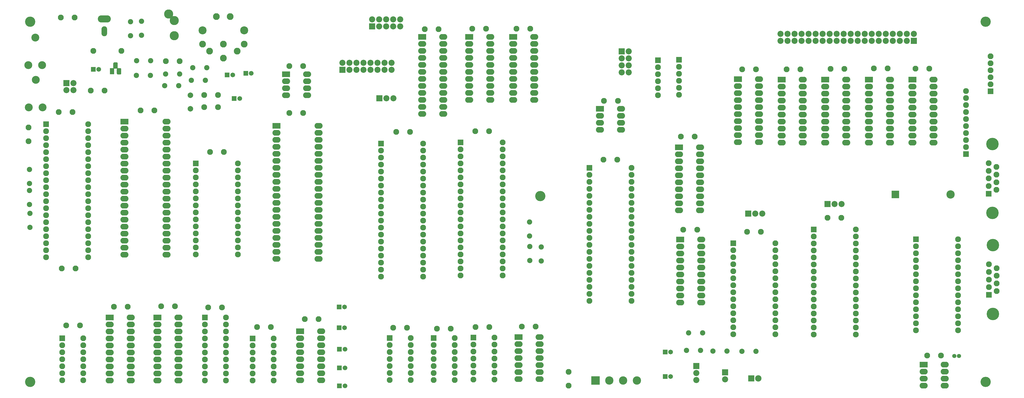
<source format=gbs>
G04 #@! TF.GenerationSoftware,KiCad,Pcbnew,(5.1.5)-3*
G04 #@! TF.CreationDate,2021-11-18T13:20:43-06:00*
G04 #@! TF.ProjectId,SBC,5342432e-6b69-4636-9164-5f7063625858,rev?*
G04 #@! TF.SameCoordinates,Original*
G04 #@! TF.FileFunction,Soldermask,Bot*
G04 #@! TF.FilePolarity,Negative*
%FSLAX46Y46*%
G04 Gerber Fmt 4.6, Leading zero omitted, Abs format (unit mm)*
G04 Created by KiCad (PCBNEW (5.1.5)-3) date 2021-11-18 13:20:43*
%MOMM*%
%LPD*%
G04 APERTURE LIST*
%ADD10O,2.208000X2.208000*%
%ADD11R,2.208000X2.208000*%
%ADD12C,2.108000*%
%ADD13O,2.108000X2.108000*%
%ADD14R,2.108000X2.108000*%
%ADD15O,1.908000X1.908000*%
%ADD16C,1.908000*%
%ADD17C,3.008000*%
%ADD18R,3.008000X3.008000*%
%ADD19C,3.708000*%
%ADD20R,2.678000X2.678000*%
%ADD21C,3.308000*%
%ADD22O,4.708000X2.608000*%
%ADD23O,2.058000X3.608000*%
%ADD24R,1.608000X2.308000*%
%ADD25C,0.150000*%
%ADD26C,2.008000*%
%ADD27C,1.508000*%
%ADD28O,2.908000X2.108000*%
%ADD29R,2.908000X2.108000*%
%ADD30C,2.848000*%
%ADD31C,2.458000*%
%ADD32C,2.908000*%
%ADD33C,4.508000*%
%ADD34C,2.308000*%
%ADD35R,2.308000X2.308000*%
%ADD36C,1.708000*%
%ADD37R,1.708000X1.708000*%
G04 APERTURE END LIST*
D10*
X166485000Y-74560000D03*
X166485000Y-77100000D03*
X163945000Y-74560000D03*
X163945000Y-77100000D03*
X161405000Y-74560000D03*
X161405000Y-77100000D03*
X158865000Y-74560000D03*
X158865000Y-77100000D03*
X156325000Y-74560000D03*
D11*
X156325000Y-77100000D03*
D12*
X48975000Y-164900000D03*
X43975000Y-164900000D03*
D10*
X304190000Y-79810000D03*
X304190000Y-82350000D03*
X306730000Y-79810000D03*
X306730000Y-82350000D03*
X309270000Y-79810000D03*
X309270000Y-82350000D03*
X311810000Y-79810000D03*
X311810000Y-82350000D03*
X314350000Y-79810000D03*
X314350000Y-82350000D03*
X316890000Y-79810000D03*
X316890000Y-82350000D03*
X319430000Y-79810000D03*
X319430000Y-82350000D03*
X321970000Y-79810000D03*
X321970000Y-82350000D03*
X324510000Y-79810000D03*
X324510000Y-82350000D03*
X327050000Y-79810000D03*
X327050000Y-82350000D03*
X329590000Y-79810000D03*
X329590000Y-82350000D03*
X332130000Y-79810000D03*
X332130000Y-82350000D03*
X334670000Y-79810000D03*
X334670000Y-82350000D03*
X337210000Y-79810000D03*
X337210000Y-82350000D03*
X339750000Y-79810000D03*
X339750000Y-82350000D03*
X342290000Y-79810000D03*
X342290000Y-82350000D03*
X344830000Y-79810000D03*
X344830000Y-82350000D03*
X347370000Y-79810000D03*
X347370000Y-82350000D03*
X349910000Y-79810000D03*
X349910000Y-82350000D03*
X352450000Y-79810000D03*
D11*
X352450000Y-82350000D03*
D13*
X368480000Y-154310000D03*
X353240000Y-187330000D03*
X368480000Y-156850000D03*
X353240000Y-184790000D03*
X368480000Y-159390000D03*
X353240000Y-182250000D03*
X368480000Y-161930000D03*
X353240000Y-179710000D03*
X368480000Y-164470000D03*
X353240000Y-177170000D03*
X368480000Y-167010000D03*
X353240000Y-174630000D03*
X368480000Y-169550000D03*
X353240000Y-172090000D03*
X368480000Y-172090000D03*
X353240000Y-169550000D03*
X368480000Y-174630000D03*
X353240000Y-167010000D03*
X368480000Y-177170000D03*
X353240000Y-164470000D03*
X368480000Y-179710000D03*
X353240000Y-161930000D03*
X368480000Y-182250000D03*
X353240000Y-159390000D03*
X368480000Y-184790000D03*
X353240000Y-156850000D03*
X368480000Y-187330000D03*
D14*
X353240000Y-154310000D03*
D15*
X275950000Y-188300000D03*
D16*
X270870000Y-188300000D03*
D13*
X186220000Y-190160000D03*
X178600000Y-205400000D03*
X186220000Y-192700000D03*
X178600000Y-202860000D03*
X186220000Y-195240000D03*
X178600000Y-200320000D03*
X186220000Y-197780000D03*
X178600000Y-197780000D03*
X186220000Y-200320000D03*
X178600000Y-195240000D03*
X186220000Y-202860000D03*
X178600000Y-192700000D03*
X186220000Y-205400000D03*
D14*
X178600000Y-190160000D03*
D13*
X170340000Y-190190000D03*
X162720000Y-205430000D03*
X170340000Y-192730000D03*
X162720000Y-202890000D03*
X170340000Y-195270000D03*
X162720000Y-200350000D03*
X170340000Y-197810000D03*
X162720000Y-197810000D03*
X170340000Y-200350000D03*
X162720000Y-195270000D03*
X170340000Y-202890000D03*
X162720000Y-192730000D03*
X170340000Y-205430000D03*
D14*
X162720000Y-190190000D03*
D13*
X120678000Y-190320000D03*
X113058000Y-205560000D03*
X120678000Y-192860000D03*
X113058000Y-203020000D03*
X120678000Y-195400000D03*
X113058000Y-200480000D03*
X120678000Y-197940000D03*
X113058000Y-197940000D03*
X120678000Y-200480000D03*
X113058000Y-195400000D03*
X120678000Y-203020000D03*
X113058000Y-192860000D03*
X120678000Y-205560000D03*
D14*
X113058000Y-190320000D03*
D17*
X252190000Y-205560000D03*
X247190000Y-205560000D03*
X242190000Y-205560000D03*
D18*
X237190000Y-205560000D03*
D10*
X164070000Y-103190000D03*
X161530000Y-103190000D03*
D11*
X158990000Y-103190000D03*
D10*
X163380000Y-90360000D03*
X163380000Y-92900000D03*
X160840000Y-90360000D03*
X160840000Y-92900000D03*
X158300000Y-90360000D03*
X158300000Y-92900000D03*
X155760000Y-90360000D03*
X155760000Y-92900000D03*
X153220000Y-90360000D03*
X153220000Y-92900000D03*
X150680000Y-90360000D03*
X150680000Y-92900000D03*
X148140000Y-90360000D03*
X148140000Y-92900000D03*
X145600000Y-90360000D03*
D11*
X145600000Y-92900000D03*
D19*
X217200000Y-138700000D03*
X378400000Y-75400000D03*
X378400000Y-206100000D03*
X32600000Y-206100000D03*
X32600000Y-75400000D03*
D17*
X365725000Y-138075000D03*
D20*
X345725000Y-138075000D03*
D21*
X84700000Y-80500000D03*
X84700000Y-75000000D03*
X82700000Y-72600000D03*
D22*
X59400000Y-74400000D03*
D23*
X59400000Y-78900000D03*
D24*
X62200000Y-93400000D03*
D25*
G36*
X65181403Y-92247936D02*
G01*
X65220426Y-92253724D01*
X65258694Y-92263310D01*
X65295839Y-92276600D01*
X65331501Y-92293468D01*
X65365339Y-92313749D01*
X65397026Y-92337250D01*
X65426257Y-92363743D01*
X65452750Y-92392974D01*
X65476251Y-92424661D01*
X65496532Y-92458499D01*
X65513400Y-92494161D01*
X65526690Y-92531306D01*
X65536276Y-92569574D01*
X65542064Y-92608597D01*
X65544000Y-92648000D01*
X65544000Y-94152000D01*
X65542064Y-94191403D01*
X65536276Y-94230426D01*
X65526690Y-94268694D01*
X65513400Y-94305839D01*
X65496532Y-94341501D01*
X65476251Y-94375339D01*
X65452750Y-94407026D01*
X65426257Y-94436257D01*
X65397026Y-94462750D01*
X65365339Y-94486251D01*
X65331501Y-94506532D01*
X65295839Y-94523400D01*
X65258694Y-94536690D01*
X65220426Y-94546276D01*
X65181403Y-94552064D01*
X65142000Y-94554000D01*
X64338000Y-94554000D01*
X64298597Y-94552064D01*
X64259574Y-94546276D01*
X64221306Y-94536690D01*
X64184161Y-94523400D01*
X64148499Y-94506532D01*
X64114661Y-94486251D01*
X64082974Y-94462750D01*
X64053743Y-94436257D01*
X64027250Y-94407026D01*
X64003749Y-94375339D01*
X63983468Y-94341501D01*
X63966600Y-94305839D01*
X63953310Y-94268694D01*
X63943724Y-94230426D01*
X63937936Y-94191403D01*
X63936000Y-94152000D01*
X63936000Y-92648000D01*
X63937936Y-92608597D01*
X63943724Y-92569574D01*
X63953310Y-92531306D01*
X63966600Y-92494161D01*
X63983468Y-92458499D01*
X64003749Y-92424661D01*
X64027250Y-92392974D01*
X64053743Y-92363743D01*
X64082974Y-92337250D01*
X64114661Y-92313749D01*
X64148499Y-92293468D01*
X64184161Y-92276600D01*
X64221306Y-92263310D01*
X64259574Y-92253724D01*
X64298597Y-92247936D01*
X64338000Y-92246000D01*
X65142000Y-92246000D01*
X65181403Y-92247936D01*
G37*
G36*
X63911403Y-90177936D02*
G01*
X63950426Y-90183724D01*
X63988694Y-90193310D01*
X64025839Y-90206600D01*
X64061501Y-90223468D01*
X64095339Y-90243749D01*
X64127026Y-90267250D01*
X64156257Y-90293743D01*
X64182750Y-90322974D01*
X64206251Y-90354661D01*
X64226532Y-90388499D01*
X64243400Y-90424161D01*
X64256690Y-90461306D01*
X64266276Y-90499574D01*
X64272064Y-90538597D01*
X64274000Y-90578000D01*
X64274000Y-92082000D01*
X64272064Y-92121403D01*
X64266276Y-92160426D01*
X64256690Y-92198694D01*
X64243400Y-92235839D01*
X64226532Y-92271501D01*
X64206251Y-92305339D01*
X64182750Y-92337026D01*
X64156257Y-92366257D01*
X64127026Y-92392750D01*
X64095339Y-92416251D01*
X64061501Y-92436532D01*
X64025839Y-92453400D01*
X63988694Y-92466690D01*
X63950426Y-92476276D01*
X63911403Y-92482064D01*
X63872000Y-92484000D01*
X63068000Y-92484000D01*
X63028597Y-92482064D01*
X62989574Y-92476276D01*
X62951306Y-92466690D01*
X62914161Y-92453400D01*
X62878499Y-92436532D01*
X62844661Y-92416251D01*
X62812974Y-92392750D01*
X62783743Y-92366257D01*
X62757250Y-92337026D01*
X62733749Y-92305339D01*
X62713468Y-92271501D01*
X62696600Y-92235839D01*
X62683310Y-92198694D01*
X62673724Y-92160426D01*
X62667936Y-92121403D01*
X62666000Y-92082000D01*
X62666000Y-90578000D01*
X62667936Y-90538597D01*
X62673724Y-90499574D01*
X62683310Y-90461306D01*
X62696600Y-90424161D01*
X62713468Y-90388499D01*
X62733749Y-90354661D01*
X62757250Y-90322974D01*
X62783743Y-90293743D01*
X62812974Y-90267250D01*
X62844661Y-90243749D01*
X62878499Y-90223468D01*
X62914161Y-90206600D01*
X62951306Y-90193310D01*
X62989574Y-90183724D01*
X63028597Y-90177936D01*
X63068000Y-90176000D01*
X63872000Y-90176000D01*
X63911403Y-90177936D01*
G37*
D12*
X353000000Y-92475000D03*
X358000000Y-92475000D03*
X337925000Y-92350000D03*
X342925000Y-92350000D03*
X357300000Y-196500000D03*
X362300000Y-196500000D03*
D26*
X90600000Y-102100000D03*
X90600000Y-107000000D03*
D12*
X131400000Y-108500000D03*
X126400000Y-108500000D03*
X47900000Y-108200000D03*
X42900000Y-108200000D03*
X80000000Y-178600000D03*
X85000000Y-178600000D03*
X48700000Y-73900000D03*
X43700000Y-73900000D03*
X131400000Y-91500000D03*
X126400000Y-91500000D03*
X77500000Y-107600000D03*
X72500000Y-107600000D03*
X132000000Y-183325000D03*
X137000000Y-183325000D03*
X102700000Y-122700000D03*
X97700000Y-122700000D03*
X165100000Y-115400000D03*
X170100000Y-115400000D03*
D27*
X368800000Y-196700000D03*
X367100000Y-196700000D03*
D13*
X174850000Y-119630000D03*
X159610000Y-167890000D03*
X174850000Y-122170000D03*
X159610000Y-165350000D03*
X174850000Y-124710000D03*
X159610000Y-162810000D03*
X174850000Y-127250000D03*
X159610000Y-160270000D03*
X174850000Y-129790000D03*
X159610000Y-157730000D03*
X174850000Y-132330000D03*
X159610000Y-155190000D03*
X174850000Y-134870000D03*
X159610000Y-152650000D03*
X174850000Y-137410000D03*
X159610000Y-150110000D03*
X174850000Y-139950000D03*
X159610000Y-147570000D03*
X174850000Y-142490000D03*
X159610000Y-145030000D03*
X174850000Y-145030000D03*
X159610000Y-142490000D03*
X174850000Y-147570000D03*
X159610000Y-139950000D03*
X174850000Y-150110000D03*
X159610000Y-137410000D03*
X174850000Y-152650000D03*
X159610000Y-134870000D03*
X174850000Y-155190000D03*
X159610000Y-132330000D03*
X174850000Y-157730000D03*
X159610000Y-129790000D03*
X174850000Y-160270000D03*
X159610000Y-127250000D03*
X174850000Y-162810000D03*
X159610000Y-124710000D03*
X174850000Y-165350000D03*
X159610000Y-122170000D03*
X174850000Y-167890000D03*
D14*
X159610000Y-119630000D03*
D13*
X203620000Y-119240000D03*
X188380000Y-167500000D03*
X203620000Y-121780000D03*
X188380000Y-164960000D03*
X203620000Y-124320000D03*
X188380000Y-162420000D03*
X203620000Y-126860000D03*
X188380000Y-159880000D03*
X203620000Y-129400000D03*
X188380000Y-157340000D03*
X203620000Y-131940000D03*
X188380000Y-154800000D03*
X203620000Y-134480000D03*
X188380000Y-152260000D03*
X203620000Y-137020000D03*
X188380000Y-149720000D03*
X203620000Y-139560000D03*
X188380000Y-147180000D03*
X203620000Y-142100000D03*
X188380000Y-144640000D03*
X203620000Y-144640000D03*
X188380000Y-142100000D03*
X203620000Y-147180000D03*
X188380000Y-139560000D03*
X203620000Y-149720000D03*
X188380000Y-137020000D03*
X203620000Y-152260000D03*
X188380000Y-134480000D03*
X203620000Y-154800000D03*
X188380000Y-131940000D03*
X203620000Y-157340000D03*
X188380000Y-129400000D03*
X203620000Y-159880000D03*
X188380000Y-126860000D03*
X203620000Y-162420000D03*
X188380000Y-124320000D03*
X203620000Y-164960000D03*
X188380000Y-121780000D03*
X203620000Y-167500000D03*
D14*
X188380000Y-119240000D03*
D13*
X53550000Y-112630000D03*
X38310000Y-160890000D03*
X53550000Y-115170000D03*
X38310000Y-158350000D03*
X53550000Y-117710000D03*
X38310000Y-155810000D03*
X53550000Y-120250000D03*
X38310000Y-153270000D03*
X53550000Y-122790000D03*
X38310000Y-150730000D03*
X53550000Y-125330000D03*
X38310000Y-148190000D03*
X53550000Y-127870000D03*
X38310000Y-145650000D03*
X53550000Y-130410000D03*
X38310000Y-143110000D03*
X53550000Y-132950000D03*
X38310000Y-140570000D03*
X53550000Y-135490000D03*
X38310000Y-138030000D03*
X53550000Y-138030000D03*
X38310000Y-135490000D03*
X53550000Y-140570000D03*
X38310000Y-132950000D03*
X53550000Y-143110000D03*
X38310000Y-130410000D03*
X53550000Y-145650000D03*
X38310000Y-127870000D03*
X53550000Y-148190000D03*
X38310000Y-125330000D03*
X53550000Y-150730000D03*
X38310000Y-122790000D03*
X53550000Y-153270000D03*
X38310000Y-120250000D03*
X53550000Y-155810000D03*
X38310000Y-117710000D03*
X53550000Y-158350000D03*
X38310000Y-115170000D03*
X53550000Y-160890000D03*
D14*
X38310000Y-112630000D03*
D13*
X51751700Y-190230000D03*
X44131700Y-205470000D03*
X51751700Y-192770000D03*
X44131700Y-202930000D03*
X51751700Y-195310000D03*
X44131700Y-200390000D03*
X51751700Y-197850000D03*
X44131700Y-197850000D03*
X51751700Y-200390000D03*
X44131700Y-195310000D03*
X51751700Y-202930000D03*
X44131700Y-192770000D03*
X51751700Y-205470000D03*
D14*
X44131700Y-190230000D03*
D13*
X107780000Y-126820000D03*
X92540000Y-159840000D03*
X107780000Y-129360000D03*
X92540000Y-157300000D03*
X107780000Y-131900000D03*
X92540000Y-154760000D03*
X107780000Y-134440000D03*
X92540000Y-152220000D03*
X107780000Y-136980000D03*
X92540000Y-149680000D03*
X107780000Y-139520000D03*
X92540000Y-147140000D03*
X107780000Y-142060000D03*
X92540000Y-144600000D03*
X107780000Y-144600000D03*
X92540000Y-142060000D03*
X107780000Y-147140000D03*
X92540000Y-139520000D03*
X107780000Y-149680000D03*
X92540000Y-136980000D03*
X107780000Y-152220000D03*
X92540000Y-134440000D03*
X107780000Y-154760000D03*
X92540000Y-131900000D03*
X107780000Y-157300000D03*
X92540000Y-129360000D03*
X107780000Y-159840000D03*
D14*
X92540000Y-126820000D03*
D13*
X103446700Y-182730000D03*
X95826700Y-205590000D03*
X103446700Y-185270000D03*
X95826700Y-203050000D03*
X103446700Y-187810000D03*
X95826700Y-200510000D03*
X103446700Y-190350000D03*
X95826700Y-197970000D03*
X103446700Y-192890000D03*
X95826700Y-195430000D03*
X103446700Y-195430000D03*
X95826700Y-192890000D03*
X103446700Y-197970000D03*
X95826700Y-190350000D03*
X103446700Y-200510000D03*
X95826700Y-187810000D03*
X103446700Y-203050000D03*
X95826700Y-185270000D03*
X103446700Y-205590000D03*
D14*
X95826700Y-182730000D03*
D28*
X86215000Y-182730000D03*
X78595000Y-205590000D03*
X86215000Y-185270000D03*
X78595000Y-203050000D03*
X86215000Y-187810000D03*
X78595000Y-200510000D03*
X86215000Y-190350000D03*
X78595000Y-197970000D03*
X86215000Y-192890000D03*
X78595000Y-195430000D03*
X86215000Y-195430000D03*
X78595000Y-192890000D03*
X86215000Y-197970000D03*
X78595000Y-190350000D03*
X86215000Y-200510000D03*
X78595000Y-187810000D03*
X86215000Y-203050000D03*
X78595000Y-185270000D03*
X86215000Y-205590000D03*
D29*
X78595000Y-182730000D03*
D28*
X68983300Y-182730000D03*
X61363300Y-205590000D03*
X68983300Y-185270000D03*
X61363300Y-203050000D03*
X68983300Y-187810000D03*
X61363300Y-200510000D03*
X68983300Y-190350000D03*
X61363300Y-197970000D03*
X68983300Y-192890000D03*
X61363300Y-195430000D03*
X68983300Y-195430000D03*
X61363300Y-192890000D03*
X68983300Y-197970000D03*
X61363300Y-190350000D03*
X68983300Y-200510000D03*
X61363300Y-187810000D03*
X68983300Y-203050000D03*
X61363300Y-185270000D03*
X68983300Y-205590000D03*
D29*
X61363300Y-182730000D03*
D28*
X81930000Y-111660000D03*
X66690000Y-159920000D03*
X81930000Y-114200000D03*
X66690000Y-157380000D03*
X81930000Y-116740000D03*
X66690000Y-154840000D03*
X81930000Y-119280000D03*
X66690000Y-152300000D03*
X81930000Y-121820000D03*
X66690000Y-149760000D03*
X81930000Y-124360000D03*
X66690000Y-147220000D03*
X81930000Y-126900000D03*
X66690000Y-144680000D03*
X81930000Y-129440000D03*
X66690000Y-142140000D03*
X81930000Y-131980000D03*
X66690000Y-139600000D03*
X81930000Y-134520000D03*
X66690000Y-137060000D03*
X81930000Y-137060000D03*
X66690000Y-134520000D03*
X81930000Y-139600000D03*
X66690000Y-131980000D03*
X81930000Y-142140000D03*
X66690000Y-129440000D03*
X81930000Y-144680000D03*
X66690000Y-126900000D03*
X81930000Y-147220000D03*
X66690000Y-124360000D03*
X81930000Y-149760000D03*
X66690000Y-121820000D03*
X81930000Y-152300000D03*
X66690000Y-119280000D03*
X81930000Y-154840000D03*
X66690000Y-116740000D03*
X81930000Y-157380000D03*
X66690000Y-114200000D03*
X81930000Y-159920000D03*
D29*
X66690000Y-111660000D03*
D28*
X296420000Y-96300000D03*
X288800000Y-119160000D03*
X296420000Y-98840000D03*
X288800000Y-116620000D03*
X296420000Y-101380000D03*
X288800000Y-114080000D03*
X296420000Y-103920000D03*
X288800000Y-111540000D03*
X296420000Y-106460000D03*
X288800000Y-109000000D03*
X296420000Y-109000000D03*
X288800000Y-106460000D03*
X296420000Y-111540000D03*
X288800000Y-103920000D03*
X296420000Y-114080000D03*
X288800000Y-101380000D03*
X296420000Y-116620000D03*
X288800000Y-98840000D03*
X296420000Y-119160000D03*
D29*
X288800000Y-96300000D03*
D28*
X312214000Y-96400000D03*
X304594000Y-119260000D03*
X312214000Y-98940000D03*
X304594000Y-116720000D03*
X312214000Y-101480000D03*
X304594000Y-114180000D03*
X312214000Y-104020000D03*
X304594000Y-111640000D03*
X312214000Y-106560000D03*
X304594000Y-109100000D03*
X312214000Y-109100000D03*
X304594000Y-106560000D03*
X312214000Y-111640000D03*
X304594000Y-104020000D03*
X312214000Y-114180000D03*
X304594000Y-101480000D03*
X312214000Y-116720000D03*
X304594000Y-98940000D03*
X312214000Y-119260000D03*
D29*
X304594000Y-96400000D03*
D28*
X328008000Y-96400000D03*
X320388000Y-119260000D03*
X328008000Y-98940000D03*
X320388000Y-116720000D03*
X328008000Y-101480000D03*
X320388000Y-114180000D03*
X328008000Y-104020000D03*
X320388000Y-111640000D03*
X328008000Y-106560000D03*
X320388000Y-109100000D03*
X328008000Y-109100000D03*
X320388000Y-106560000D03*
X328008000Y-111640000D03*
X320388000Y-104020000D03*
X328008000Y-114180000D03*
X320388000Y-101480000D03*
X328008000Y-116720000D03*
X320388000Y-98940000D03*
X328008000Y-119260000D03*
D29*
X320388000Y-96400000D03*
D28*
X343801000Y-96400000D03*
X336181000Y-119260000D03*
X343801000Y-98940000D03*
X336181000Y-116720000D03*
X343801000Y-101480000D03*
X336181000Y-114180000D03*
X343801000Y-104020000D03*
X336181000Y-111640000D03*
X343801000Y-106560000D03*
X336181000Y-109100000D03*
X343801000Y-109100000D03*
X336181000Y-106560000D03*
X343801000Y-111640000D03*
X336181000Y-104020000D03*
X343801000Y-114180000D03*
X336181000Y-101480000D03*
X343801000Y-116720000D03*
X336181000Y-98940000D03*
X343801000Y-119260000D03*
D29*
X336181000Y-96400000D03*
D28*
X359595000Y-96400000D03*
X351975000Y-119260000D03*
X359595000Y-98940000D03*
X351975000Y-116720000D03*
X359595000Y-101480000D03*
X351975000Y-114180000D03*
X359595000Y-104020000D03*
X351975000Y-111640000D03*
X359595000Y-106560000D03*
X351975000Y-109100000D03*
X359595000Y-109100000D03*
X351975000Y-106560000D03*
X359595000Y-111640000D03*
X351975000Y-104020000D03*
X359595000Y-114180000D03*
X351975000Y-101480000D03*
X359595000Y-116720000D03*
X351975000Y-98940000D03*
X359595000Y-119260000D03*
D29*
X351975000Y-96400000D03*
D28*
X199120000Y-80960000D03*
X191500000Y-103820000D03*
X199120000Y-83500000D03*
X191500000Y-101280000D03*
X199120000Y-86040000D03*
X191500000Y-98740000D03*
X199120000Y-88580000D03*
X191500000Y-96200000D03*
X199120000Y-91120000D03*
X191500000Y-93660000D03*
X199120000Y-93660000D03*
X191500000Y-91120000D03*
X199120000Y-96200000D03*
X191500000Y-88580000D03*
X199120000Y-98740000D03*
X191500000Y-86040000D03*
X199120000Y-101280000D03*
X191500000Y-83500000D03*
X199120000Y-103820000D03*
D29*
X191500000Y-80960000D03*
D28*
X182120000Y-80960000D03*
X174500000Y-108900000D03*
X182120000Y-83500000D03*
X174500000Y-106360000D03*
X182120000Y-86040000D03*
X174500000Y-103820000D03*
X182120000Y-88580000D03*
X174500000Y-101280000D03*
X182120000Y-91120000D03*
X174500000Y-98740000D03*
X182120000Y-93660000D03*
X174500000Y-96200000D03*
X182120000Y-96200000D03*
X174500000Y-93660000D03*
X182120000Y-98740000D03*
X174500000Y-91120000D03*
X182120000Y-101280000D03*
X174500000Y-88580000D03*
X182120000Y-103820000D03*
X174500000Y-86040000D03*
X182120000Y-106360000D03*
X174500000Y-83500000D03*
X182120000Y-108900000D03*
D29*
X174500000Y-80960000D03*
D28*
X215020000Y-80960000D03*
X207400000Y-103820000D03*
X215020000Y-83500000D03*
X207400000Y-101280000D03*
X215020000Y-86040000D03*
X207400000Y-98740000D03*
X215020000Y-88580000D03*
X207400000Y-96200000D03*
X215020000Y-91120000D03*
X207400000Y-93660000D03*
X215020000Y-93660000D03*
X207400000Y-91120000D03*
X215020000Y-96200000D03*
X207400000Y-88580000D03*
X215020000Y-98740000D03*
X207400000Y-86040000D03*
X215020000Y-101280000D03*
X207400000Y-83500000D03*
X215020000Y-103820000D03*
D29*
X207400000Y-80960000D03*
D28*
X137910000Y-187680000D03*
X130290000Y-205460000D03*
X137910000Y-190220000D03*
X130290000Y-202920000D03*
X137910000Y-192760000D03*
X130290000Y-200380000D03*
X137910000Y-195300000D03*
X130290000Y-197840000D03*
X137910000Y-197840000D03*
X130290000Y-195300000D03*
X137910000Y-200380000D03*
X130290000Y-192760000D03*
X137910000Y-202920000D03*
X130290000Y-190220000D03*
X137910000Y-205460000D03*
D29*
X130290000Y-187680000D03*
D28*
X363620000Y-199800000D03*
X356000000Y-207420000D03*
X363620000Y-202340000D03*
X356000000Y-204880000D03*
X363620000Y-204880000D03*
X356000000Y-202340000D03*
X363620000Y-207420000D03*
D29*
X356000000Y-199800000D03*
D28*
X136940000Y-113210000D03*
X121700000Y-161470000D03*
X136940000Y-115750000D03*
X121700000Y-158930000D03*
X136940000Y-118290000D03*
X121700000Y-156390000D03*
X136940000Y-120830000D03*
X121700000Y-153850000D03*
X136940000Y-123370000D03*
X121700000Y-151310000D03*
X136940000Y-125910000D03*
X121700000Y-148770000D03*
X136940000Y-128450000D03*
X121700000Y-146230000D03*
X136940000Y-130990000D03*
X121700000Y-143690000D03*
X136940000Y-133530000D03*
X121700000Y-141150000D03*
X136940000Y-136070000D03*
X121700000Y-138610000D03*
X136940000Y-138610000D03*
X121700000Y-136070000D03*
X136940000Y-141150000D03*
X121700000Y-133530000D03*
X136940000Y-143690000D03*
X121700000Y-130990000D03*
X136940000Y-146230000D03*
X121700000Y-128450000D03*
X136940000Y-148770000D03*
X121700000Y-125910000D03*
X136940000Y-151310000D03*
X121700000Y-123370000D03*
X136940000Y-153850000D03*
X121700000Y-120830000D03*
X136940000Y-156390000D03*
X121700000Y-118290000D03*
X136940000Y-158930000D03*
X121700000Y-115750000D03*
X136940000Y-161470000D03*
D29*
X121700000Y-113210000D03*
D28*
X275510000Y-154420000D03*
X267890000Y-177280000D03*
X275510000Y-156960000D03*
X267890000Y-174740000D03*
X275510000Y-159500000D03*
X267890000Y-172200000D03*
X275510000Y-162040000D03*
X267890000Y-169660000D03*
X275510000Y-164580000D03*
X267890000Y-167120000D03*
X275510000Y-167120000D03*
X267890000Y-164580000D03*
X275510000Y-169660000D03*
X267890000Y-162040000D03*
X275510000Y-172200000D03*
X267890000Y-159500000D03*
X275510000Y-174740000D03*
X267890000Y-156960000D03*
X275510000Y-177280000D03*
D29*
X267890000Y-154420000D03*
D28*
X275030000Y-120950000D03*
X267410000Y-143810000D03*
X275030000Y-123490000D03*
X267410000Y-141270000D03*
X275030000Y-126030000D03*
X267410000Y-138730000D03*
X275030000Y-128570000D03*
X267410000Y-136190000D03*
X275030000Y-131110000D03*
X267410000Y-133650000D03*
X275030000Y-133650000D03*
X267410000Y-131110000D03*
X275030000Y-136190000D03*
X267410000Y-128570000D03*
X275030000Y-138730000D03*
X267410000Y-126030000D03*
X275030000Y-141270000D03*
X267410000Y-123490000D03*
X275030000Y-143810000D03*
D29*
X267410000Y-120950000D03*
D28*
X216990000Y-189800000D03*
X209370000Y-205040000D03*
X216990000Y-192340000D03*
X209370000Y-202500000D03*
X216990000Y-194880000D03*
X209370000Y-199960000D03*
X216990000Y-197420000D03*
X209370000Y-197420000D03*
X216990000Y-199960000D03*
X209370000Y-194880000D03*
X216990000Y-202500000D03*
X209370000Y-192340000D03*
X216990000Y-205040000D03*
D29*
X209370000Y-189800000D03*
D13*
X302355000Y-155795000D03*
X287115000Y-188815000D03*
X302355000Y-158335000D03*
X287115000Y-186275000D03*
X302355000Y-160875000D03*
X287115000Y-183735000D03*
X302355000Y-163415000D03*
X287115000Y-181195000D03*
X302355000Y-165955000D03*
X287115000Y-178655000D03*
X302355000Y-168495000D03*
X287115000Y-176115000D03*
X302355000Y-171035000D03*
X287115000Y-173575000D03*
X302355000Y-173575000D03*
X287115000Y-171035000D03*
X302355000Y-176115000D03*
X287115000Y-168495000D03*
X302355000Y-178655000D03*
X287115000Y-165955000D03*
X302355000Y-181195000D03*
X287115000Y-163415000D03*
X302355000Y-183735000D03*
X287115000Y-160875000D03*
X302355000Y-186275000D03*
X287115000Y-158335000D03*
X302355000Y-188815000D03*
D14*
X287115000Y-155795000D03*
D13*
X250240000Y-128450000D03*
X235000000Y-176710000D03*
X250240000Y-130990000D03*
X235000000Y-174170000D03*
X250240000Y-133530000D03*
X235000000Y-171630000D03*
X250240000Y-136070000D03*
X235000000Y-169090000D03*
X250240000Y-138610000D03*
X235000000Y-166550000D03*
X250240000Y-141150000D03*
X235000000Y-164010000D03*
X250240000Y-143690000D03*
X235000000Y-161470000D03*
X250240000Y-146230000D03*
X235000000Y-158930000D03*
X250240000Y-148770000D03*
X235000000Y-156390000D03*
X250240000Y-151310000D03*
X235000000Y-153850000D03*
X250240000Y-153850000D03*
X235000000Y-151310000D03*
X250240000Y-156390000D03*
X235000000Y-148770000D03*
X250240000Y-158930000D03*
X235000000Y-146230000D03*
X250240000Y-161470000D03*
X235000000Y-143690000D03*
X250240000Y-164010000D03*
X235000000Y-141150000D03*
X250240000Y-166550000D03*
X235000000Y-138610000D03*
X250240000Y-169090000D03*
X235000000Y-136070000D03*
X250240000Y-171630000D03*
X235000000Y-133530000D03*
X250240000Y-174170000D03*
X235000000Y-130990000D03*
X250240000Y-176710000D03*
D14*
X235000000Y-128450000D03*
D13*
X331465000Y-150745000D03*
X316225000Y-188845000D03*
X331465000Y-153285000D03*
X316225000Y-186305000D03*
X331465000Y-155825000D03*
X316225000Y-183765000D03*
X331465000Y-158365000D03*
X316225000Y-181225000D03*
X331465000Y-160905000D03*
X316225000Y-178685000D03*
X331465000Y-163445000D03*
X316225000Y-176145000D03*
X331465000Y-165985000D03*
X316225000Y-173605000D03*
X331465000Y-168525000D03*
X316225000Y-171065000D03*
X331465000Y-171065000D03*
X316225000Y-168525000D03*
X331465000Y-173605000D03*
X316225000Y-165985000D03*
X331465000Y-176145000D03*
X316225000Y-163445000D03*
X331465000Y-178685000D03*
X316225000Y-160905000D03*
X331465000Y-181225000D03*
X316225000Y-158365000D03*
X331465000Y-183765000D03*
X316225000Y-155825000D03*
X331465000Y-186305000D03*
X316225000Y-153285000D03*
X331465000Y-188845000D03*
D14*
X316225000Y-150745000D03*
D13*
X200660000Y-190000000D03*
X193040000Y-205240000D03*
X200660000Y-192540000D03*
X193040000Y-202700000D03*
X200660000Y-195080000D03*
X193040000Y-200160000D03*
X200660000Y-197620000D03*
X193040000Y-197620000D03*
X200660000Y-200160000D03*
X193040000Y-195080000D03*
X200660000Y-202700000D03*
X193040000Y-192540000D03*
X200660000Y-205240000D03*
D14*
X193040000Y-190000000D03*
D30*
X37100000Y-106500000D03*
X34600000Y-96500000D03*
X32100000Y-106500000D03*
X36900000Y-91200000D03*
X34400000Y-81200000D03*
X31900000Y-91200000D03*
D13*
X371300000Y-100540000D03*
X371300000Y-103080000D03*
X371300000Y-105620000D03*
X371300000Y-108160000D03*
X371300000Y-110700000D03*
X371300000Y-113240000D03*
X371300000Y-115780000D03*
X371300000Y-118320000D03*
X371300000Y-120860000D03*
D14*
X371300000Y-123400000D03*
D13*
X380200000Y-88000000D03*
X380200000Y-90540000D03*
X380200000Y-93080000D03*
X380200000Y-95620000D03*
X380200000Y-98160000D03*
D14*
X380200000Y-100700000D03*
D13*
X267400000Y-101900000D03*
X267400000Y-99360000D03*
X267400000Y-96820000D03*
X267400000Y-94280000D03*
X267400000Y-91740000D03*
D14*
X267400000Y-89200000D03*
D13*
X259800000Y-102100000D03*
X259800000Y-99560000D03*
X259800000Y-97020000D03*
X259800000Y-94480000D03*
X259800000Y-91940000D03*
D14*
X259800000Y-89400000D03*
D15*
X213300000Y-153180000D03*
D16*
X213300000Y-148100000D03*
D15*
X217600000Y-162180000D03*
D16*
X217600000Y-157100000D03*
D15*
X81220000Y-98600000D03*
D16*
X86300000Y-98600000D03*
D15*
X81620000Y-94400000D03*
D16*
X86700000Y-94400000D03*
D15*
X91420000Y-92100000D03*
D16*
X96500000Y-92100000D03*
D15*
X32300000Y-134080000D03*
D16*
X32300000Y-129000000D03*
D15*
X90920000Y-96700000D03*
D16*
X96000000Y-96700000D03*
D15*
X32315000Y-141715000D03*
D16*
X32315000Y-136635000D03*
D15*
X32500000Y-149980000D03*
D16*
X32500000Y-144900000D03*
D15*
X71020000Y-94900000D03*
D16*
X76100000Y-94900000D03*
D15*
X71120000Y-89600000D03*
D16*
X76200000Y-89600000D03*
D15*
X68900000Y-80480000D03*
D16*
X68900000Y-75400000D03*
D15*
X72900000Y-80380000D03*
D16*
X72900000Y-75300000D03*
D15*
X213400000Y-162080000D03*
D16*
X213400000Y-157000000D03*
D15*
X290220000Y-195000000D03*
D16*
X295300000Y-195000000D03*
D15*
X279720000Y-194900000D03*
D16*
X284800000Y-194900000D03*
D15*
X270120000Y-194600000D03*
D16*
X275200000Y-194600000D03*
D10*
X48240000Y-100240000D03*
X45700000Y-100240000D03*
X48240000Y-97700000D03*
D11*
X45700000Y-97700000D03*
D28*
X132820000Y-94500000D03*
X125200000Y-102120000D03*
X132820000Y-97040000D03*
X125200000Y-99580000D03*
X132820000Y-99580000D03*
X125200000Y-97040000D03*
X132820000Y-102120000D03*
D29*
X125200000Y-94500000D03*
D28*
X246420000Y-107000000D03*
X238800000Y-114620000D03*
X246420000Y-109540000D03*
X238800000Y-112080000D03*
X246420000Y-112080000D03*
X238800000Y-109540000D03*
X246420000Y-114620000D03*
D29*
X238800000Y-107000000D03*
D10*
X284100000Y-205140000D03*
D11*
X284100000Y-202600000D03*
D13*
X65560000Y-86000000D03*
D12*
X55400000Y-86000000D03*
D10*
X297555000Y-145025000D03*
X295015000Y-145025000D03*
D11*
X292475000Y-145025000D03*
D10*
X326255000Y-141525000D03*
X323715000Y-141525000D03*
D11*
X321175000Y-141525000D03*
D10*
X273700000Y-205380000D03*
X273700000Y-202840000D03*
D11*
X273700000Y-200300000D03*
D31*
X102500000Y-83600000D03*
X97500000Y-86100000D03*
X95000000Y-83600000D03*
X107500000Y-86100000D03*
X110000000Y-83600000D03*
X105000000Y-73600000D03*
X100000000Y-73600000D03*
X102500000Y-88600000D03*
D32*
X110000000Y-78600000D03*
X95000000Y-78600000D03*
D33*
X381020000Y-156460000D03*
X381020000Y-181460000D03*
D12*
X382440000Y-164805000D03*
X382440000Y-167575000D03*
X382440000Y-170345000D03*
X382440000Y-173115000D03*
X379600000Y-163420000D03*
X379600000Y-166190000D03*
X379600000Y-168960000D03*
X379600000Y-171730000D03*
D14*
X379600000Y-174500000D03*
D33*
X380920000Y-119760000D03*
X380920000Y-144760000D03*
D12*
X382340000Y-128105000D03*
X382340000Y-130875000D03*
X382340000Y-133645000D03*
X382340000Y-136415000D03*
X379500000Y-126720000D03*
X379500000Y-129490000D03*
X379500000Y-132260000D03*
X379500000Y-135030000D03*
D14*
X379500000Y-137800000D03*
D10*
X249240000Y-93780000D03*
X246700000Y-93780000D03*
X249240000Y-91240000D03*
X246700000Y-91240000D03*
X249240000Y-88700000D03*
X246700000Y-88700000D03*
X249240000Y-86160000D03*
D11*
X246700000Y-86160000D03*
D34*
X296140000Y-204800000D03*
D35*
X293600000Y-204800000D03*
D36*
X112600000Y-94100000D03*
D37*
X110600000Y-94100000D03*
D36*
X108400000Y-103300000D03*
D37*
X106400000Y-103300000D03*
D12*
X81700000Y-89700000D03*
X86700000Y-89700000D03*
X32000000Y-118800000D03*
X32000000Y-113800000D03*
X54500000Y-100400000D03*
X59500000Y-100400000D03*
D36*
X105900000Y-94700000D03*
D37*
X103900000Y-94700000D03*
D36*
X57400000Y-92700000D03*
D37*
X55400000Y-92700000D03*
D12*
X100600000Y-102000000D03*
X95600000Y-102000000D03*
X100600000Y-106400000D03*
X95600000Y-106400000D03*
X192600000Y-78000000D03*
X197600000Y-78000000D03*
X322300000Y-92550000D03*
X327300000Y-92550000D03*
X268140000Y-117100000D03*
X273140000Y-117100000D03*
X306375000Y-92725000D03*
X311375000Y-92725000D03*
X175400000Y-78100000D03*
X180400000Y-78100000D03*
X208600000Y-78000000D03*
X213600000Y-78000000D03*
X119675000Y-186200000D03*
X114675000Y-186200000D03*
X193700000Y-115100000D03*
X198700000Y-115100000D03*
X45625000Y-185600000D03*
X50625000Y-185600000D03*
X62875000Y-178850000D03*
X67875000Y-178850000D03*
D36*
X146500000Y-207500000D03*
D37*
X144500000Y-207500000D03*
D12*
X210510000Y-186040000D03*
X215510000Y-186040000D03*
X193810000Y-186140000D03*
X198810000Y-186140000D03*
X164010000Y-186440000D03*
X169010000Y-186440000D03*
X321175000Y-146525000D03*
X326175000Y-146525000D03*
D36*
X146500000Y-194200000D03*
D37*
X144500000Y-194200000D03*
D36*
X146500000Y-201000000D03*
D37*
X144500000Y-201000000D03*
D12*
X227490000Y-207390000D03*
X227490000Y-202390000D03*
D36*
X146400000Y-186400000D03*
D37*
X144400000Y-186400000D03*
D12*
X290275000Y-92675000D03*
X295275000Y-92675000D03*
X269000000Y-150900000D03*
X274000000Y-150900000D03*
X97025000Y-179100000D03*
X102025000Y-179100000D03*
D36*
X146400000Y-178900000D03*
D37*
X144400000Y-178900000D03*
D12*
X292075000Y-151625000D03*
X297075000Y-151625000D03*
X179810000Y-186740000D03*
X184810000Y-186740000D03*
X240100000Y-125500000D03*
X245100000Y-125500000D03*
D36*
X264400000Y-195200000D03*
D37*
X262400000Y-195200000D03*
D12*
X240300000Y-104100000D03*
X245300000Y-104100000D03*
D36*
X264400000Y-204100000D03*
D37*
X262400000Y-204100000D03*
M02*

</source>
